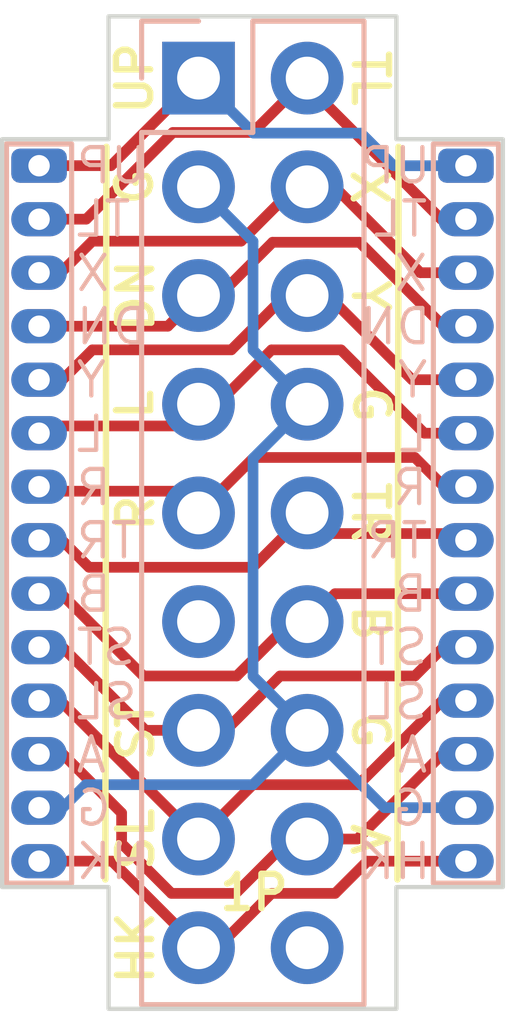
<source format=kicad_pcb>
(kicad_pcb (version 20221018) (generator pcbnew)
  (title_block (title "Raspberry Pie GPIO Input Module (1P Part)") (date "2023-03-26") (rev "2") (company "Amos Home"))
  (layers (0 "F.Cu" signal) (31 "B.Cu" signal) (34 "B.Paste" user) (35 "F.Paste" user) (36 "B.SilkS" user "B.Silkscreen") (37 "F.SilkS" user "F.Silkscreen") (38 "B.Mask" user) (39 "F.Mask" user) (44 "Edge.Cuts" user))
  (net 0 "")
  (net 1 "/1P_UP")
  (net 2 "/1P_DOWN")
  (net 3 "/1P_LEFT")
  (net 4 "/1P_RIGHT")
  (net 5 "/1P_START")
  (net 6 "/1P_SELECT")
  (net 7 "/1P_A")
  (net 8 "/1P_B")
  (net 9 "/1P_X")
  (net 10 "/1P_Y")
  (net 11 "/1P_TL")
  (net 12 "/1P_TR")
  (net 13 "/1P_HK")
  (net 14 "/1P_GND")
  (footprint "joystick_gpio_input_library:conn_ex_1x14_P1.25mm_Vertical_Right_Labeled" (layer "B.Cu") (at 153.7208 91.0186 -90)
    (fp_text reference "J2" hide)
    (fp_text value "Conn_01x14" hide)
    (fp_text user "G" (at 15.0114 0.8382 unlocked) (layer "B.SilkS") (effects (font (size 0.8 0.8) (thickness 0.1)) (justify left mirror)))
    (fp_text user "TR" (at 8.763 0.8382 unlocked) (layer "B.SilkS") (effects (font (size 0.8 0.8) (thickness 0.1)) (justify left mirror)))
    (fp_text user "DN" (at 3.7592 0.762 unlocked) (layer "B.SilkS") (effects (font (size 0.8 0.8) (thickness 0.1)) (justify left mirror)))
    (fp_text user "SL" (at 12.5222 0.8382 unlocked) (layer "B.SilkS") (effects (font (size 0.8 0.8) (thickness 0.1)) (justify left mirror)))
    (fp_text user "L" (at 6.2738 0.8382 unlocked) (layer "B.SilkS") (effects (font (size 0.8 0.8) (thickness 0.1)) (justify left mirror)))
    (fp_text user "R" (at 7.5184 0.8382 unlocked) (layer "B.SilkS") (effects (font (size 0.8 0.8) (thickness 0.1)) (justify left mirror)))
    (fp_text user "A" (at 13.7668 0.8382 unlocked) (layer "B.SilkS") (effects (font (size 0.8 0.8) (thickness 0.1)) (justify left mirror)))
    (fp_text user "UP" (at 0 0.762 unlocked) (layer "B.SilkS") (effects (font (size 0.8 0.8) (thickness 0.1)) (justify left mirror)))
    (fp_text user "Y" (at 5.0038 0.8382 unlocked) (layer "B.SilkS") (effects (font (size 0.8 0.8) (thickness 0.1)) (justify left mirror)))
    (fp_text user "ST" (at 11.2522 0.8382 unlocked) (layer "B.SilkS") (effects (font (size 0.8 0.8) (thickness 0.1)) (justify left mirror)))
    (fp_text user "HK" (at 16.256 0.762 unlocked) (layer "B.SilkS") (effects (font (size 0.8 0.8) (thickness 0.1)) (justify left mirror)))
    (fp_text user "B" (at 10.0076 0.8382 unlocked) (layer "B.SilkS") (effects (font (size 0.8 0.8) (thickness 0.1)) (justify left mirror)))
    (fp_text user "X" (at 2.5146 0.8382 unlocked) (layer "B.SilkS") (effects (font (size 0.8 0.8) (thickness 0.1)) (justify left mirror)))
    (fp_text user "TL" (at 1.2446 0.8382 unlocked) (layer "B.SilkS") (effects (font (size 0.8 0.8) (thickness 0.1)) (justify left mirror)))
    (fp_line (start -0.508 -0.762) (end -0.508 0.762) (stroke (width 0.12)) (layer "B.SilkS"))
    (fp_line (start -0.508 0.762) (end 16.764 0.762) (stroke (width 0.12)) (layer "B.SilkS"))
    (fp_line (start 16.764 -0.762) (end -0.508 -0.762) (stroke (width 0.12)) (layer "B.SilkS"))
    (fp_line (start 16.764 -0.762) (end 16.764 0.762) (stroke (width 0.12)) (layer "B.SilkS"))
    (pad "1" thru_hole roundrect (at 0 0 270) (size 0.8 1.3) (drill 0.5) (layers "*.Cu" "*.Mask") (net 1 "/1P_UP"))
    (pad "2" thru_hole oval (at 1.25 0 270) (size 0.8 1.3) (drill 0.5) (layers "*.Cu" "*.Mask") (net 11 "/1P_TL"))
    (pad "3" thru_hole oval (at 2.5 0 270) (size 0.8 1.3) (drill 0.5) (layers "*.Cu" "*.Mask") (net 9 "/1P_X"))
    (pad "4" thru_hole oval (at 3.75 0 270) (size 0.8 1.3) (drill 0.5) (layers "*.Cu" "*.Mask") (net 2 "/1P_DOWN"))
    (pad "5" thru_hole oval (at 5 0 270) (size 0.8 1.3) (drill 0.5) (layers "*.Cu" "*.Mask") (net 10 "/1P_Y"))
    (pad "6" thru_hole oval (at 6.25 0 270) (size 0.8 1.3) (drill 0.5) (layers "*.Cu" "*.Mask") (net 3 "/1P_LEFT"))
    (pad "7" thru_hole oval (at 7.5 0 270) (size 0.8 1.3) (drill 0.5) (layers "*.Cu" "*.Mask") (net 4 "/1P_RIGHT"))
    (pad "8" thru_hole oval (at 8.75 0 270) (size 0.8 1.3) (drill 0.5) (layers "*.Cu" "*.Mask") (net 12 "/1P_TR"))
    (pad "9" thru_hole oval (at 10 0 270) (size 0.8 1.3) (drill 0.5) (layers "*.Cu" "*.Mask") (net 8 "/1P_B"))
    (pad "10" thru_hole oval (at 11.25 0 270) (size 0.8 1.3) (drill 0.5) (layers "*.Cu" "*.Mask") (net 5 "/1P_START"))
    (pad "11" thru_hole oval (at 12.5 0 270) (size 0.8 1.3) (drill 0.5) (layers "*.Cu" "*.Mask") (net 6 "/1P_SELECT"))
    (pad "12" thru_hole oval (at 13.75 0 270) (size 0.8 1.3) (drill 0.5) (layers "*.Cu" "*.Mask") (net 7 "/1P_A"))
    (pad "13" thru_hole oval (at 15 0 270) (size 0.8 1.3) (drill 0.5) (layers "*.Cu" "*.Mask") (net 14 "/1P_GND"))
    (pad "14" thru_hole oval (at 16.25 0 270) (size 0.8 1.3) (drill 0.5) (layers "*.Cu" "*.Mask") (net 13 "/1P_HK"))
  )
  (footprint "Connector_PinSocket_2.54mm:PinSocket_2x09_P2.54mm_Vertical" (layer "B.Cu") (at 147.4674 88.9712 180)
    (fp_text reference "J1" hide)
    (fp_text value "Conn_02x09_Odd_Even" hide)
    (fp_line (start -3.87 -21.65) (end 1.33 -21.65) (stroke (width 0.12)) (layer "B.SilkS"))
    (fp_line (start -3.87 1.33) (end -3.87 -21.65) (stroke (width 0.12)) (layer "B.SilkS"))
    (fp_line (start -3.87 1.33) (end -1.27 1.33) (stroke (width 0.12)) (layer "B.SilkS"))
    (fp_line (start -1.27 -1.27) (end 1.33 -1.27) (stroke (width 0.12)) (layer "B.SilkS"))
    (fp_line (start -1.27 1.33) (end -1.27 -1.27) (stroke (width 0.12)) (layer "B.SilkS"))
    (fp_line (start 0 1.33) (end 1.33 1.33) (stroke (width 0.12)) (layer "B.SilkS"))
    (fp_line (start 1.33 -1.27) (end 1.33 -21.65) (stroke (width 0.12)) (layer "B.SilkS"))
    (fp_line (start 1.33 1.33) (end 1.33 0) (stroke (width 0.12)) (layer "B.SilkS"))
    (pad "1" thru_hole rect (at 0 0 180) (size 1.7 1.7) (drill 1) (layers "*.Cu" "*.Mask") (net 1 "/1P_UP"))
    (pad "2" thru_hole oval (at -2.54 0 180) (size 1.7 1.7) (drill 1) (layers "*.Cu" "*.Mask") (net 11 "/1P_TL"))
    (pad "3" thru_hole oval (at 0 -2.54 180) (size 1.7 1.7) (drill 1) (layers "*.Cu" "*.Mask") (net 14 "/1P_GND"))
    (pad "4" thru_hole oval (at -2.54 -2.54 180) (size 1.7 1.7) (drill 1) (layers "*.Cu" "*.Mask") (net 9 "/1P_X"))
    (pad "5" thru_hole oval (at 0 -5.08 180) (size 1.7 1.7) (drill 1) (layers "*.Cu" "*.Mask") (net 2 "/1P_DOWN"))
    (pad "6" thru_hole oval (at -2.54 -5.08 180) (size 1.7 1.7) (drill 1) (layers "*.Cu" "*.Mask") (net 10 "/1P_Y"))
    (pad "7" thru_hole oval (at 0 -7.62 180) (size 1.7 1.7) (drill 1) (layers "*.Cu" "*.Mask") (net 3 "/1P_LEFT"))
    (pad "8" thru_hole oval (at -2.54 -7.62 180) (size 1.7 1.7) (drill 1) (layers "*.Cu" "*.Mask") (net 14 "/1P_GND"))
    (pad "9" thru_hole oval (at 0 -10.16 180) (size 1.7 1.7) (drill 1) (layers "*.Cu" "*.Mask") (net 4 "/1P_RIGHT"))
    (pad "10" thru_hole oval (at -2.54 -10.16 180) (size 1.7 1.7) (drill 1) (layers "*.Cu" "*.Mask") (net 12 "/1P_TR"))
    (pad "11" thru_hole oval (at 0 -12.7 180) (size 1.7 1.7) (drill 1) (layers "*.Cu" "*.Mask"))
    (pad "12" thru_hole oval (at -2.54 -12.7 180) (size 1.7 1.7) (drill 1) (layers "*.Cu" "*.Mask") (net 8 "/1P_B"))
    (pad "13" thru_hole oval (at 0 -15.24 180) (size 1.7 1.7) (drill 1) (layers "*.Cu" "*.Mask") (net 5 "/1P_START"))
    (pad "14" thru_hole oval (at -2.54 -15.24 180) (size 1.7 1.7) (drill 1) (layers "*.Cu" "*.Mask") (net 14 "/1P_GND"))
    (pad "15" thru_hole oval (at 0 -17.78 180) (size 1.7 1.7) (drill 1) (layers "*.Cu" "*.Mask") (net 6 "/1P_SELECT"))
    (pad "16" thru_hole oval (at -2.54 -17.78 180) (size 1.7 1.7) (drill 1) (layers "*.Cu" "*.Mask") (net 7 "/1P_A"))
    (pad "17" thru_hole oval (at 0 -20.32 180) (size 1.7 1.7) (drill 1) (layers "*.Cu" "*.Mask") (net 13 "/1P_HK"))
    (pad "18" thru_hole oval (at -2.54 -20.32 180) (size 1.7 1.7) (drill 1) (layers "*.Cu" "*.Mask"))
  )
  (footprint "joystick_gpio_input_library:conn_ex_1x14_P1.25mm_Vertical_Left_Labeled" (layer "B.Cu") (at 143.7386 91.0186 -90)
    (fp_text reference "J3" hide)
    (fp_text value "Conn_01x14" hide)
    (fp_text user "R" (at 7.5184 -0.8128 unlocked) (layer "B.SilkS") (effects (font (size 0.8 0.8) (thickness 0.1)) (justify right mirror)))
    (fp_text user "Y" (at 5.0038 -0.8128 unlocked) (layer "B.SilkS") (effects (font (size 0.8 0.8) (thickness 0.1)) (justify right mirror)))
    (fp_text user "HK" (at 16.256 -0.8128 unlocked) (layer "B.SilkS") (effects (font (size 0.8 0.8) (thickness 0.1)) (justify right mirror)))
    (fp_text user "TL" (at 1.2446 -0.8128 unlocked) (layer "B.SilkS") (effects (font (size 0.8 0.8) (thickness 0.1)) (justify right mirror)))
    (fp_text user "X" (at 2.5146 -0.8128 unlocked) (layer "B.SilkS") (effects (font (size 0.8 0.8) (thickness 0.1)) (justify right mirror)))
    (fp_text user "G" (at 15.0114 -0.8128 unlocked) (layer "B.SilkS") (effects (font (size 0.8 0.8) (thickness 0.1)) (justify right mirror)))
    (fp_text user "A" (at 13.7668 -0.8128 unlocked) (layer "B.SilkS") (effects (font (size 0.8 0.8) (thickness 0.1)) (justify right mirror)))
    (fp_text user "TR" (at 8.763 -0.8128 unlocked) (layer "B.SilkS") (effects (font (size 0.8 0.8) (thickness 0.1)) (justify right mirror)))
    (fp_text user "ST" (at 11.2522 -0.8128 unlocked) (layer "B.SilkS") (effects (font (size 0.8 0.8) (thickness 0.1)) (justify right mirror)))
    (fp_text user "DN" (at 3.7592 -0.8128 unlocked) (layer "B.SilkS") (effects (font (size 0.8 0.8) (thickness 0.1)) (justify right mirror)))
    (fp_text user "UP" (at 0 -0.8128 unlocked) (layer "B.SilkS") (effects (font (size 0.8 0.8) (thickness 0.1)) (justify right mirror)))
    (fp_text user "SL" (at 12.5222 -0.8128 unlocked) (layer "B.SilkS") (effects (font (size 0.8 0.8) (thickness 0.1)) (justify right mirror)))
    (fp_text user "L" (at 6.2738 -0.8128 unlocked) (layer "B.SilkS") (effects (font (size 0.8 0.8) (thickness 0.1)) (justify right mirror)))
    (fp_text user "B" (at 10.0076 -0.8128 unlocked) (layer "B.SilkS") (effects (font (size 0.8 0.8) (thickness 0.1)) (justify right mirror)))
    (fp_line (start -0.508 -0.762) (end -0.508 0.762) (stroke (width 0.12)) (layer "B.SilkS"))
    (fp_line (start -0.508 0.762) (end 16.764 0.762) (stroke (width 0.12)) (layer "B.SilkS"))
    (fp_line (start 16.764 -0.762) (end -0.508 -0.762) (stroke (width 0.12)) (layer "B.SilkS"))
    (fp_line (start 16.764 -0.762) (end 16.764 0.762) (stroke (width 0.12)) (layer "B.SilkS"))
    (pad "1" thru_hole roundrect (at 0 0 270) (size 0.8 1.3) (drill 0.5) (layers "*.Cu" "*.Mask") (net 1 "/1P_UP"))
    (pad "2" thru_hole oval (at 1.25 0 270) (size 0.8 1.3) (drill 0.5) (layers "*.Cu" "*.Mask") (net 11 "/1P_TL"))
    (pad "3" thru_hole oval (at 2.5 0 270) (size 0.8 1.3) (drill 0.5) (layers "*.Cu" "*.Mask") (net 9 "/1P_X"))
    (pad "4" thru_hole oval (at 3.75 0 270) (size 0.8 1.3) (drill 0.5) (layers "*.Cu" "*.Mask") (net 2 "/1P_DOWN"))
    (pad "5" thru_hole oval (at 5 0 270) (size 0.8 1.3) (drill 0.5) (layers "*.Cu" "*.Mask") (net 10 "/1P_Y"))
    (pad "6" thru_hole oval (at 6.25 0 270) (size 0.8 1.3) (drill 0.5) (layers "*.Cu" "*.Mask") (net 3 "/1P_LEFT"))
    (pad "7" thru_hole oval (at 7.5 0 270) (size 0.8 1.3) (drill 0.5) (layers "*.Cu" "*.Mask") (net 4 "/1P_RIGHT"))
    (pad "8" thru_hole oval (at 8.75 0 270) (size 0.8 1.3) (drill 0.5) (layers "*.Cu" "*.Mask") (net 12 "/1P_TR"))
    (pad "9" thru_hole oval (at 10 0 270) (size 0.8 1.3) (drill 0.5) (layers "*.Cu" "*.Mask") (net 8 "/1P_B"))
    (pad "10" thru_hole oval (at 11.25 0 270) (size 0.8 1.3) (drill 0.5) (layers "*.Cu" "*.Mask") (net 5 "/1P_START"))
    (pad "11" thru_hole oval (at 12.5 0 270) (size 0.8 1.3) (drill 0.5) (layers "*.Cu" "*.Mask") (net 6 "/1P_SELECT"))
    (pad "12" thru_hole oval (at 13.75 0 270) (size 0.8 1.3) (drill 0.5) (layers "*.Cu" "*.Mask") (net 7 "/1P_A"))
    (pad "13" thru_hole oval (at 15 0 270) (size 0.8 1.3) (drill 0.5) (layers "*.Cu" "*.Mask") (net 14 "/1P_GND"))
    (pad "14" thru_hole oval (at 16.25 0 270) (size 0.8 1.3) (drill 0.5) (layers "*.Cu" "*.Mask") (net 13 "/1P_HK"))
  )
  (gr_line (start 152.146 90.5764) (end 152.1206 107.696) (stroke (width 0.15)) (layer "F.SilkS"))
  (gr_line (start 145.3134 90.5764) (end 145.288 107.696) (stroke (width 0.15)) (layer "F.SilkS"))
  (gr_poly (pts (xy 152.0952 87.5284) (xy 145.3642 87.5284) (xy 145.3642 90.3986) (xy 142.875 90.3986) (xy 142.875 107.8738) (xy 145.3642 107.8738) (xy 145.3642 110.7186) (xy 152.0952 110.7186) (xy 152.0952 107.8738) (xy 154.5844 107.8738) (xy 154.5844 90.3986) (xy 152.0952 90.3986)) (stroke (width 0.1)) (fill none) (layer "Edge.Cuts"))
  (gr_text "G" (at 151.511 96.5962 -90) (layer "F.SilkS") (effects (font (size 0.8 0.8))))
  (gr_text "SL" (at 145.9992 106.7562 90) (layer "F.SilkS") (effects (font (size 0.8 0.8))))
  (gr_text "1P" (at 148.7678 108.0008) (layer "F.SilkS") (effects (font (size 0.8 0.8))))
  (gr_text "TL" (at 151.4856 88.9762 270) (layer "F.SilkS") (effects (font (size 0.8 0.8))))
  (gr_text "G" (at 145.9738 91.5112 90) (layer "F.SilkS") (effects (font (size 0.8 0.8))))
  (gr_text "Y" (at 151.4856 94.0562 270) (layer "F.SilkS") (effects (font (size 0.8 0.8))))
  (gr_text "UP" (at 145.9738 88.9762 90) (layer "F.SilkS") (effects (font (size 0.8 0.8))))
  (gr_text "TR" (at 151.4856 99.1362 270) (layer "F.SilkS") (effects (font (size 0.8 0.8))))
  (gr_text "HK" (at 145.9992 109.2962 90) (layer "F.SilkS") (effects (font (size 0.8 0.8))))
  (gr_text "DN" (at 145.9992 94.0562 90) (layer "F.SilkS") (effects (font (size 0.8 0.8))))
  (gr_text "A" (at 151.4602 106.7562 270) (layer "F.SilkS") (effects (font (size 0.8 0.8))))
  (gr_text "X" (at 151.4602 91.5162 270) (layer "F.SilkS") (effects (font (size 0.8 0.8))))
  (gr_text "R" (at 145.9992 99.1362 90) (layer "F.SilkS") (effects (font (size 0.8 0.8))))
  (gr_text "G" (at 151.4856 104.2112 -90) (layer "F.SilkS") (effects (font (size 0.8 0.8))))
  (gr_text "L" (at 145.9738 96.5962 90) (layer "F.SilkS") (effects (font (size 0.8 0.8))))
  (gr_text "B" (at 151.4856 101.7016 270) (layer "F.SilkS") (effects (font (size 0.8 0.8))))
  (gr_text "ST" (at 145.9992 104.2162 90) (layer "F.SilkS") (effects (font (size 0.8 0.8))))
  (segment (start 145.4216 91.017) (end 147.4674 88.9712) (width 0.25) (layer "F.Cu") (net 1))
  (segment (start 143.7386 91.017) (end 145.4216 91.017) (width 0.25) (layer "F.Cu") (net 1))
  (segment (start 153.7208 91.0186) (end 152.0294 91.0186) (width 0.25) (layer "B.Cu") (net 1))
  (segment (start 151.2674 90.2566) (end 148.7528 90.2566) (width 0.25) (layer "B.Cu") (net 1))
  (segment (start 148.7528 90.2566) (end 147.4674 88.9712) (width 0.25) (layer "B.Cu") (net 1))
  (segment (start 152.0294 91.0186) (end 151.2674 90.2566) (width 0.25) (layer "B.Cu") (net 1))
  (segment (start 147.4674 94.0512) (end 147.955 94.0512) (width 0.25) (layer "F.Cu") (net 2))
  (segment (start 146.75 94.7686) (end 147.4674 94.0512) (width 0.25) (layer "F.Cu") (net 2))
  (segment (start 143.7386 94.7686) (end 146.75 94.7686) (width 0.25) (layer "F.Cu") (net 2))
  (segment (start 153.1936 94.7686) (end 153.7208 94.7686) (width 0.25) (layer "F.Cu") (net 2))
  (segment (start 149.1996 92.8066) (end 151.2316 92.8066) (width 0.25) (layer "F.Cu") (net 2))
  (segment (start 151.2316 92.8066) (end 153.1936 94.7686) (width 0.25) (layer "F.Cu") (net 2))
  (segment (start 147.955 94.0512) (end 149.1996 92.8066) (width 0.25) (layer "F.Cu") (net 2))
  (segment (start 147.4674 96.5912) (end 147.9042 96.5912) (width 0.25) (layer "F.Cu") (net 3))
  (segment (start 146.9594 97.0992) (end 147.4674 96.5912) (width 0.25) (layer "F.Cu") (net 3))
  (segment (start 152.7472 97.2686) (end 153.7208 97.2686) (width 0.25) (layer "F.Cu") (net 3))
  (segment (start 149.1742 95.3212) (end 150.7998 95.3212) (width 0.25) (layer "F.Cu") (net 3))
  (segment (start 143.7386 97.2686) (end 143.908 97.0992) (width 0.25) (layer "F.Cu") (net 3))
  (segment (start 143.908 97.0992) (end 146.9594 97.0992) (width 0.25) (layer "F.Cu") (net 3))
  (segment (start 150.7998 95.3212) (end 152.7472 97.2686) (width 0.25) (layer "F.Cu") (net 3))
  (segment (start 147.9042 96.5912) (end 149.1742 95.3212) (width 0.25) (layer "F.Cu") (net 3))
  (segment (start 147.4674 99.1312) (end 148.7628 97.8358) (width 0.25) (layer "F.Cu") (net 4))
  (segment (start 143.7386 98.5186) (end 143.8432 98.6232) (width 0.25) (layer "F.Cu") (net 4))
  (segment (start 146.9594 98.6232) (end 147.4674 99.1312) (width 0.25) (layer "F.Cu") (net 4))
  (segment (start 148.7628 97.8358) (end 152.527 97.8358) (width 0.25) (layer "F.Cu") (net 4))
  (segment (start 143.8432 98.6232) (end 146.9594 98.6232) (width 0.25) (layer "F.Cu") (net 4))
  (segment (start 152.527 97.8358) (end 153.2098 98.5186) (width 0.25) (layer "F.Cu") (net 4))
  (segment (start 153.2098 98.5186) (end 153.7208 98.5186) (width 0.25) (layer "F.Cu") (net 4))
  (segment (start 153.1996 102.2686) (end 153.7208 102.2686) (width 0.25) (layer "F.Cu") (net 5))
  (segment (start 146.2278 104.2112) (end 147.4674 104.2112) (width 0.25) (layer "F.Cu") (net 5))
  (segment (start 152.527 102.9412) (end 153.1996 102.2686) (width 0.25) (layer "F.Cu") (net 5))
  (segment (start 143.7386 102.2686) (end 144.2852 102.2686) (width 0.25) (layer "F.Cu") (net 5))
  (segment (start 147.4674 104.2112) (end 148.103796 104.2112) (width 0.25) (layer "F.Cu") (net 5))
  (segment (start 149.373796 102.9412) (end 152.527 102.9412) (width 0.25) (layer "F.Cu") (net 5))
  (segment (start 144.2852 102.2686) (end 146.2278 104.2112) (width 0.25) (layer "F.Cu") (net 5))
  (segment (start 148.103796 104.2112) (end 149.373796 102.9412) (width 0.25) (layer "F.Cu") (net 5))
  (segment (start 153.1688 103.5186) (end 153.7208 103.5186) (width 0.25) (layer "F.Cu") (net 6))
  (segment (start 148.7374 105.4812) (end 151.2062 105.4812) (width 0.25) (layer "F.Cu") (net 6))
  (segment (start 147.4674 106.7512) (end 148.7374 105.4812) (width 0.25) (layer "F.Cu") (net 6))
  (segment (start 144.2348 103.5186) (end 147.4674 106.7512) (width 0.25) (layer "F.Cu") (net 6))
  (segment (start 151.2062 105.4812) (end 153.1688 103.5186) (width 0.25) (layer "F.Cu") (net 6))
  (segment (start 143.7386 103.5186) (end 144.2348 103.5186) (width 0.25) (layer "F.Cu") (net 6))
  (segment (start 149.606 106.7512) (end 150.0074 106.7512) (width 0.25) (layer "F.Cu") (net 7))
  (segment (start 144.296 104.7686) (end 145.669 106.1416) (width 0.25) (layer "F.Cu") (net 7))
  (segment (start 148.336 108.0212) (end 149.606 106.7512) (width 0.25) (layer "F.Cu") (net 7))
  (segment (start 146.833796 108.0212) (end 148.336 108.0212) (width 0.25) (layer "F.Cu") (net 7))
  (segment (start 153.1684 104.7686) (end 153.7208 104.7686) (width 0.25) (layer "F.Cu") (net 7))
  (segment (start 151.1858 106.7512) (end 153.1684 104.7686) (width 0.25) (layer "F.Cu") (net 7))
  (segment (start 145.669 106.856404) (end 146.833796 108.0212) (width 0.25) (layer "F.Cu") (net 7))
  (segment (start 150.0074 106.7512) (end 151.1858 106.7512) (width 0.25) (layer "F.Cu") (net 7))
  (segment (start 143.7386 104.7686) (end 144.296 104.7686) (width 0.25) (layer "F.Cu") (net 7))
  (segment (start 145.669 106.1416) (end 145.669 106.856404) (width 0.25) (layer "F.Cu") (net 7))
  (segment (start 150.0074 101.6712) (end 150.66 101.0186) (width 0.25) (layer "F.Cu") (net 8))
  (segment (start 150.66 101.0186) (end 153.7208 101.0186) (width 0.25) (layer "F.Cu") (net 8))
  (segment (start 144.2544 101.0186) (end 145.0544 101.8186) (width 0.25) (layer "F.Cu") (net 8))
  (segment (start 149.6314 101.6712) (end 150.0074 101.6712) (width 0.25) (layer "F.Cu") (net 8))
  (segment (start 146.178396 102.9412) (end 148.3614 102.9412) (width 0.25) (layer "F.Cu") (net 8))
  (segment (start 145.055796 101.8186) (end 146.178396 102.9412) (width 0.25) (layer "F.Cu") (net 8))
  (segment (start 148.3614 102.9412) (end 149.6314 101.6712) (width 0.25) (layer "F.Cu") (net 8))
  (segment (start 143.7386 101.0186) (end 144.2544 101.0186) (width 0.25) (layer "F.Cu") (net 8))
  (segment (start 145.0544 101.8186) (end 145.055796 101.8186) (width 0.25) (layer "F.Cu") (net 8))
  (segment (start 150.6474 91.5112) (end 152.6548 93.5186) (width 0.25) (layer "F.Cu") (net 9))
  (segment (start 144.9832 92.7812) (end 148.463 92.7812) (width 0.25) (layer "F.Cu") (net 9))
  (segment (start 144.2458 93.5186) (end 144.9832 92.7812) (width 0.25) (layer "F.Cu") (net 9))
  (segment (start 148.463 92.7812) (end 149.733 91.5112) (width 0.25) (layer "F.Cu") (net 9))
  (segment (start 143.7386 93.5186) (end 144.2458 93.5186) (width 0.25) (layer "F.Cu") (net 9))
  (segment (start 149.733 91.5112) (end 150.0074 91.5112) (width 0.25) (layer "F.Cu") (net 9))
  (segment (start 152.6548 93.5186) (end 153.7208 93.5186) (width 0.25) (layer "F.Cu") (net 9))
  (segment (start 150.0074 91.5112) (end 150.6474 91.5112) (width 0.25) (layer "F.Cu") (net 9))
  (segment (start 149.5044 94.0512) (end 150.0074 94.0512) (width 0.25) (layer "F.Cu") (net 10))
  (segment (start 150.0074 94.0512) (end 150.495 94.0512) (width 0.25) (layer "F.Cu") (net 10))
  (segment (start 143.7386 96.0186) (end 144.2858 96.0186) (width 0.25) (layer "F.Cu") (net 10))
  (segment (start 148.2344 95.3212) (end 149.5044 94.0512) (width 0.25) (layer "F.Cu") (net 10))
  (segment (start 144.9832 95.3212) (end 148.2344 95.3212) (width 0.25) (layer "F.Cu") (net 10))
  (segment (start 152.4624 96.0186) (end 153.7208 96.0186) (width 0.25) (layer "F.Cu") (net 10))
  (segment (start 144.2858 96.0186) (end 144.9832 95.3212) (width 0.25) (layer "F.Cu") (net 10))
  (segment (start 150.495 94.0512) (end 152.4624 96.0186) (width 0.25) (layer "F.Cu") (net 10))
  (segment (start 144.842 92.267) (end 146.8678 90.2412) (width 0.25) (layer "F.Cu") (net 11))
  (segment (start 148.7374 90.2412) (end 150.0074 88.9712) (width 0.25) (layer "F.Cu") (net 11))
  (segment (start 153.142 92.2686) (end 150.0074 89.134) (width 0.25) (layer "F.Cu") (net 11))
  (segment (start 143.7386 92.267) (end 144.842 92.267) (width 0.25) (layer "F.Cu") (net 11))
  (segment (start 153.7208 92.2686) (end 153.142 92.2686) (width 0.25) (layer "F.Cu") (net 11))
  (segment (start 150.0074 89.134) (end 150.0074 88.9712) (width 0.25) (layer "F.Cu") (net 11))
  (segment (start 146.8678 90.2412) (end 148.7374 90.2412) (width 0.25) (layer "F.Cu") (net 11))
  (segment (start 148.7374 100.4012) (end 150.0074 99.1312) (width 0.25) (layer "F.Cu") (net 12))
  (segment (start 150.0074 99.1312) (end 150.49 99.6138) (width 0.25) (layer "F.Cu") (net 12))
  (segment (start 150.49 99.6138) (end 153.566 99.6138) (width 0.25) (layer "F.Cu") (net 12))
  (segment (start 143.7386 99.7686) (end 144.2744 99.7686) (width 0.25) (layer "F.Cu") (net 12))
  (segment (start 144.2744 99.7686) (end 144.907 100.4012) (width 0.25) (layer "F.Cu") (net 12))
  (segment (start 153.566 99.6138) (end 153.7208 99.7686) (width 0.25) (layer "F.Cu") (net 12))
  (segment (start 144.907 100.4012) (end 148.7374 100.4012) (width 0.25) (layer "F.Cu") (net 12))
  (segment (start 153.7208 107.2686) (end 151.4152 107.2686) (width 0.25) (layer "F.Cu") (net 13))
  (segment (start 150.6626 108.0212) (end 149.1742 108.0212) (width 0.25) (layer "F.Cu") (net 13))
  (segment (start 143.7386 107.267) (end 145.4432 107.267) (width 0.25) (layer "F.Cu") (net 13))
  (segment (start 145.4432 107.267) (end 147.4674 109.2912) (width 0.25) (layer "F.Cu") (net 13))
  (segment (start 151.4152 107.2686) (end 150.6626 108.0212) (width 0.25) (layer "F.Cu") (net 13))
  (segment (start 147.9042 109.2912) (end 147.4674 109.2912) (width 0.25) (layer "F.Cu") (net 13))
  (segment (start 149.1742 108.0212) (end 147.9042 109.2912) (width 0.25) (layer "F.Cu") (net 13))
  (segment (start 151.8148 106.0186) (end 153.7208 106.0186) (width 0.25) (layer "B.Cu") (net 14))
  (segment (start 147.4674 91.5112) (end 148.7424 92.7862) (width 0.25) (layer "B.Cu") (net 14))
  (segment (start 148.7374 105.4812) (end 150.0074 104.2112) (width 0.25) (layer "B.Cu") (net 14))
  (segment (start 150.0074 104.2112) (end 151.8148 106.0186) (width 0.25) (layer "B.Cu") (net 14))
  (segment (start 148.7424 92.7862) (end 148.7424 95.3262) (width 0.25) (layer "B.Cu") (net 14))
  (segment (start 143.7386 106.0186) (end 144.2934 106.0186) (width 0.25) (layer "B.Cu") (net 14))
  (segment (start 144.2934 106.0186) (end 144.8308 105.4812) (width 0.25) (layer "B.Cu") (net 14))
  (segment (start 148.7424 102.9462) (end 150.0074 104.2112) (width 0.25) (layer "B.Cu") (net 14))
  (segment (start 148.7424 97.8562) (end 148.7424 102.9462) (width 0.25) (layer "B.Cu") (net 14))
  (segment (start 144.8308 105.4812) (end 148.7374 105.4812) (width 0.25) (layer "B.Cu") (net 14))
  (segment (start 150.0074 96.5912) (end 148.7424 97.8562) (width 0.25) (layer "B.Cu") (net 14))
  (segment (start 148.7424 95.3262) (end 150.0074 96.5912) (width 0.25) (layer "B.Cu") (net 14))
)
</source>
